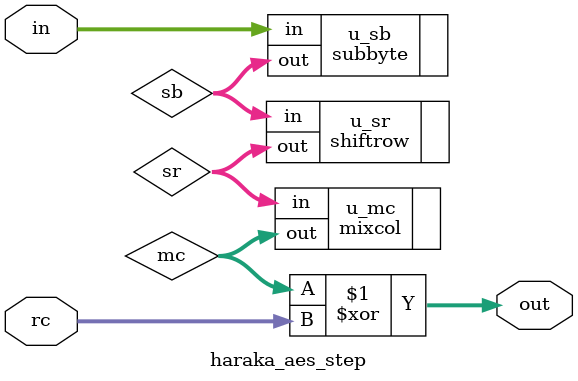
<source format=v>
`timescale 1ns / 1ps


module haraka_aes_step(
  input  wire [127:0] in,
    input  wire [127:0] rc,
    output wire [127:0] out
);
    wire [127:0] sb, sr, mc;
  
    //  SB -> SR -> MC -> ARK
    subbyte  u_sb  (.in(in), .out(sb));
    shiftrow u_sr  (.in(sb), .out(sr));
    mixcol   u_mc  (.in(sr), .out(mc));
assign out = mc ^ rc;
   
  
endmodule

</source>
